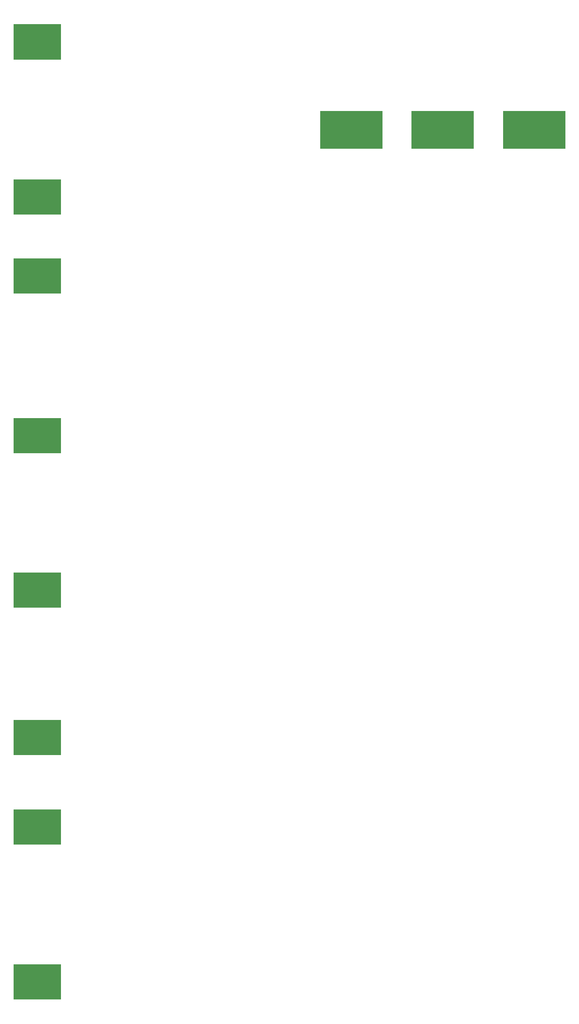
<source format=gbr>
%TF.GenerationSoftware,Altium Limited,Altium Designer,21.6.4 (81)*%
G04 Layer_Color=16711935*
%FSLAX43Y43*%
%MOMM*%
%TF.SameCoordinates,A962B9D3-E780-4B03-8A10-E236CC36F35F*%
%TF.FilePolarity,Positive*%
%TF.FileFunction,Other,Mechanical_5*%
%TF.Part,Single*%
G01*
G75*
G36*
X92587Y6043D02*
X101663D01*
Y12825D01*
X92587D01*
Y6043D01*
D02*
G37*
G36*
Y35965D02*
X101663D01*
Y42747D01*
X92587D01*
Y35965D01*
D02*
G37*
G36*
Y53234D02*
X101663D01*
Y60016D01*
X92587D01*
Y53234D01*
D02*
G37*
G36*
Y81710D02*
X101663D01*
Y88492D01*
X92587D01*
Y81710D01*
D02*
G37*
G36*
Y111463D02*
X101663D01*
Y118245D01*
X92587D01*
Y111463D01*
D02*
G37*
G36*
Y142319D02*
X101663D01*
Y149101D01*
X92587D01*
Y142319D01*
D02*
G37*
G36*
Y157544D02*
X101663D01*
Y164326D01*
X92587D01*
Y157544D01*
D02*
G37*
G36*
Y187470D02*
X101663D01*
Y194252D01*
X92587D01*
Y187470D01*
D02*
G37*
G36*
X163716Y170282D02*
X151728D01*
Y177546D01*
X163716D01*
Y170282D01*
D02*
G37*
G36*
X181369D02*
X169381D01*
Y177546D01*
X181369D01*
Y170282D01*
D02*
G37*
G36*
X199022D02*
X187034D01*
Y177546D01*
X199022D01*
Y170282D01*
D02*
G37*
%TF.MD5,1f6e4d17c1ea0c77f5c833205adb9e4e*%
M02*

</source>
